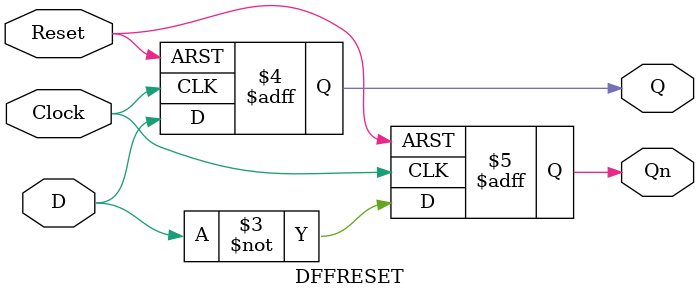
<source format=sv>
module DFFRESET (
    output reg Q, Qn,
    input wire Clock, Reset, D
);

always @ (posedge Clock or negedge Reset)
    if (!Reset)
    begin
        Q <= 1'b0;
        Qn <= 1'b1;
    end
    else
    begin
        Q <= D;
        Qn <= ~D;
    end

endmodule

</source>
